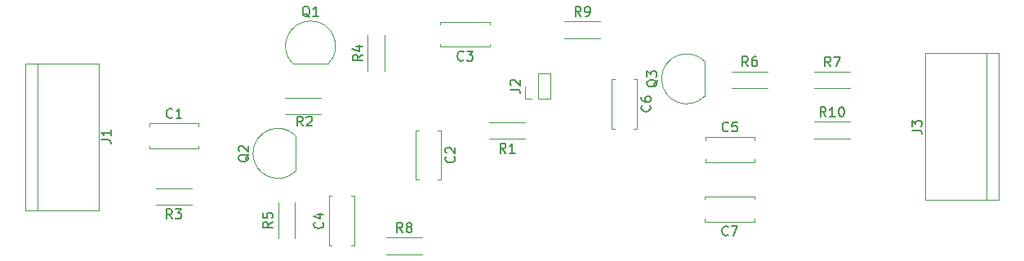
<source format=gbr>
G04 #@! TF.FileFunction,Legend,Top*
%FSLAX46Y46*%
G04 Gerber Fmt 4.6, Leading zero omitted, Abs format (unit mm)*
G04 Created by KiCad (PCBNEW 4.0.6) date 06/17/17 08:19:30*
%MOMM*%
%LPD*%
G01*
G04 APERTURE LIST*
%ADD10C,0.100000*%
%ADD11C,0.120000*%
%ADD12C,0.150000*%
G04 APERTURE END LIST*
D10*
D11*
X69256600Y-112837600D02*
X74376600Y-112837600D01*
X69256600Y-115457600D02*
X74376600Y-115457600D01*
X69256600Y-112837600D02*
X69256600Y-113151600D01*
X69256600Y-115143600D02*
X69256600Y-115457600D01*
X74376600Y-112837600D02*
X74376600Y-113151600D01*
X74376600Y-115143600D02*
X74376600Y-115457600D01*
X99506400Y-113554200D02*
X99506400Y-118674200D01*
X96886400Y-113554200D02*
X96886400Y-118674200D01*
X99506400Y-113554200D02*
X99192400Y-113554200D01*
X97200400Y-113554200D02*
X96886400Y-113554200D01*
X99506400Y-118674200D02*
X99192400Y-118674200D01*
X97200400Y-118674200D02*
X96886400Y-118674200D01*
X104555600Y-104891200D02*
X99435600Y-104891200D01*
X104555600Y-102271200D02*
X99435600Y-102271200D01*
X104555600Y-104891200D02*
X104555600Y-104577200D01*
X104555600Y-102585200D02*
X104555600Y-102271200D01*
X99435600Y-104891200D02*
X99435600Y-104577200D01*
X99435600Y-102585200D02*
X99435600Y-102271200D01*
X87869400Y-125506800D02*
X87869400Y-120386800D01*
X90489400Y-125506800D02*
X90489400Y-120386800D01*
X87869400Y-125506800D02*
X88183400Y-125506800D01*
X90175400Y-125506800D02*
X90489400Y-125506800D01*
X87869400Y-120386800D02*
X88183400Y-120386800D01*
X90175400Y-120386800D02*
X90489400Y-120386800D01*
X126889200Y-114234600D02*
X132009200Y-114234600D01*
X126889200Y-116854600D02*
X132009200Y-116854600D01*
X126889200Y-114234600D02*
X126889200Y-114548600D01*
X126889200Y-116540600D02*
X126889200Y-116854600D01*
X132009200Y-114234600D02*
X132009200Y-114548600D01*
X132009200Y-116540600D02*
X132009200Y-116854600D01*
X119801000Y-108245600D02*
X119801000Y-113365600D01*
X117181000Y-108245600D02*
X117181000Y-113365600D01*
X119801000Y-108245600D02*
X119487000Y-108245600D01*
X117495000Y-108245600D02*
X117181000Y-108245600D01*
X119801000Y-113365600D02*
X119487000Y-113365600D01*
X117495000Y-113365600D02*
X117181000Y-113365600D01*
X131987600Y-123026800D02*
X126867600Y-123026800D01*
X131987600Y-120406800D02*
X126867600Y-120406800D01*
X131987600Y-123026800D02*
X131987600Y-122712800D01*
X131987600Y-120720800D02*
X131987600Y-120406800D01*
X126867600Y-123026800D02*
X126867600Y-122712800D01*
X126867600Y-120720800D02*
X126867600Y-120406800D01*
X56362600Y-106603800D02*
X63982600Y-106603800D01*
X56362600Y-121843800D02*
X63982600Y-121843800D01*
X57632600Y-106603800D02*
X57632600Y-121843800D01*
X63982600Y-106603800D02*
X63982600Y-121843800D01*
X56362600Y-106603800D02*
X56362600Y-121843800D01*
X109550200Y-110296000D02*
X110880200Y-110296000D01*
X110880200Y-110296000D02*
X110880200Y-107636000D01*
X110880200Y-107636000D02*
X109550200Y-107636000D01*
X109550200Y-107636000D02*
X109550200Y-110296000D01*
X108915200Y-110296000D02*
X108220200Y-110296000D01*
X108220200Y-110296000D02*
X108220200Y-108966000D01*
X157353000Y-120802400D02*
X149733000Y-120802400D01*
X157353000Y-105562400D02*
X149733000Y-105562400D01*
X156083000Y-120802400D02*
X156083000Y-105562400D01*
X149733000Y-120802400D02*
X149733000Y-105562400D01*
X157353000Y-120802400D02*
X157353000Y-105562400D01*
X84179000Y-106650400D02*
X87779000Y-106650400D01*
X84140522Y-106638878D02*
G75*
G02X85979000Y-102200400I1838478J1838478D01*
G01*
X87817478Y-106638878D02*
G75*
G03X85979000Y-102200400I-1838478J1838478D01*
G01*
X84450800Y-117751000D02*
X84450800Y-114151000D01*
X84439278Y-117789478D02*
G75*
G02X80000800Y-115951000I-1838478J1838478D01*
G01*
X84439278Y-114112522D02*
G75*
G03X80000800Y-115951000I-1838478J-1838478D01*
G01*
X126818000Y-110004000D02*
X126818000Y-106404000D01*
X126806478Y-110042478D02*
G75*
G02X122368000Y-108204000I-1838478J1838478D01*
G01*
X126806478Y-106365522D02*
G75*
G03X122368000Y-108204000I-1838478J-1838478D01*
G01*
X108235200Y-114448800D02*
X104515200Y-114448800D01*
X108235200Y-112728800D02*
X104515200Y-112728800D01*
X87051600Y-111883400D02*
X83331600Y-111883400D01*
X87051600Y-110163400D02*
X83331600Y-110163400D01*
X73640400Y-121281400D02*
X69920400Y-121281400D01*
X73640400Y-119561400D02*
X69920400Y-119561400D01*
X91900800Y-107397000D02*
X91900800Y-103677000D01*
X93620800Y-107397000D02*
X93620800Y-103677000D01*
X82604400Y-124745200D02*
X82604400Y-121025200D01*
X84324400Y-124745200D02*
X84324400Y-121025200D01*
X129635800Y-107445600D02*
X133355800Y-107445600D01*
X129635800Y-109165600D02*
X133355800Y-109165600D01*
X138195600Y-107471000D02*
X141915600Y-107471000D01*
X138195600Y-109191000D02*
X141915600Y-109191000D01*
X93821800Y-124692200D02*
X97541800Y-124692200D01*
X93821800Y-126412200D02*
X97541800Y-126412200D01*
X112313000Y-102264000D02*
X116033000Y-102264000D01*
X112313000Y-103984000D02*
X116033000Y-103984000D01*
X138195600Y-112678000D02*
X141915600Y-112678000D01*
X138195600Y-114398000D02*
X141915600Y-114398000D01*
D12*
X71649934Y-112194743D02*
X71602315Y-112242362D01*
X71459458Y-112289981D01*
X71364220Y-112289981D01*
X71221362Y-112242362D01*
X71126124Y-112147124D01*
X71078505Y-112051886D01*
X71030886Y-111861410D01*
X71030886Y-111718552D01*
X71078505Y-111528076D01*
X71126124Y-111432838D01*
X71221362Y-111337600D01*
X71364220Y-111289981D01*
X71459458Y-111289981D01*
X71602315Y-111337600D01*
X71649934Y-111385219D01*
X72602315Y-112289981D02*
X72030886Y-112289981D01*
X72316600Y-112289981D02*
X72316600Y-111289981D01*
X72221362Y-111432838D01*
X72126124Y-111528076D01*
X72030886Y-111575695D01*
X100863543Y-116280866D02*
X100911162Y-116328485D01*
X100958781Y-116471342D01*
X100958781Y-116566580D01*
X100911162Y-116709438D01*
X100815924Y-116804676D01*
X100720686Y-116852295D01*
X100530210Y-116899914D01*
X100387352Y-116899914D01*
X100196876Y-116852295D01*
X100101638Y-116804676D01*
X100006400Y-116709438D01*
X99958781Y-116566580D01*
X99958781Y-116471342D01*
X100006400Y-116328485D01*
X100054019Y-116280866D01*
X100054019Y-115899914D02*
X100006400Y-115852295D01*
X99958781Y-115757057D01*
X99958781Y-115518961D01*
X100006400Y-115423723D01*
X100054019Y-115376104D01*
X100149257Y-115328485D01*
X100244495Y-115328485D01*
X100387352Y-115376104D01*
X100958781Y-115947533D01*
X100958781Y-115328485D01*
X101828934Y-106248343D02*
X101781315Y-106295962D01*
X101638458Y-106343581D01*
X101543220Y-106343581D01*
X101400362Y-106295962D01*
X101305124Y-106200724D01*
X101257505Y-106105486D01*
X101209886Y-105915010D01*
X101209886Y-105772152D01*
X101257505Y-105581676D01*
X101305124Y-105486438D01*
X101400362Y-105391200D01*
X101543220Y-105343581D01*
X101638458Y-105343581D01*
X101781315Y-105391200D01*
X101828934Y-105438819D01*
X102162267Y-105343581D02*
X102781315Y-105343581D01*
X102447981Y-105724533D01*
X102590839Y-105724533D01*
X102686077Y-105772152D01*
X102733696Y-105819771D01*
X102781315Y-105915010D01*
X102781315Y-106153105D01*
X102733696Y-106248343D01*
X102686077Y-106295962D01*
X102590839Y-106343581D01*
X102305124Y-106343581D01*
X102209886Y-106295962D01*
X102162267Y-106248343D01*
X87226543Y-123113466D02*
X87274162Y-123161085D01*
X87321781Y-123303942D01*
X87321781Y-123399180D01*
X87274162Y-123542038D01*
X87178924Y-123637276D01*
X87083686Y-123684895D01*
X86893210Y-123732514D01*
X86750352Y-123732514D01*
X86559876Y-123684895D01*
X86464638Y-123637276D01*
X86369400Y-123542038D01*
X86321781Y-123399180D01*
X86321781Y-123303942D01*
X86369400Y-123161085D01*
X86417019Y-123113466D01*
X86655114Y-122256323D02*
X87321781Y-122256323D01*
X86274162Y-122494419D02*
X86988448Y-122732514D01*
X86988448Y-122113466D01*
X129282534Y-113591743D02*
X129234915Y-113639362D01*
X129092058Y-113686981D01*
X128996820Y-113686981D01*
X128853962Y-113639362D01*
X128758724Y-113544124D01*
X128711105Y-113448886D01*
X128663486Y-113258410D01*
X128663486Y-113115552D01*
X128711105Y-112925076D01*
X128758724Y-112829838D01*
X128853962Y-112734600D01*
X128996820Y-112686981D01*
X129092058Y-112686981D01*
X129234915Y-112734600D01*
X129282534Y-112782219D01*
X130187296Y-112686981D02*
X129711105Y-112686981D01*
X129663486Y-113163171D01*
X129711105Y-113115552D01*
X129806343Y-113067933D01*
X130044439Y-113067933D01*
X130139677Y-113115552D01*
X130187296Y-113163171D01*
X130234915Y-113258410D01*
X130234915Y-113496505D01*
X130187296Y-113591743D01*
X130139677Y-113639362D01*
X130044439Y-113686981D01*
X129806343Y-113686981D01*
X129711105Y-113639362D01*
X129663486Y-113591743D01*
X121158143Y-110972266D02*
X121205762Y-111019885D01*
X121253381Y-111162742D01*
X121253381Y-111257980D01*
X121205762Y-111400838D01*
X121110524Y-111496076D01*
X121015286Y-111543695D01*
X120824810Y-111591314D01*
X120681952Y-111591314D01*
X120491476Y-111543695D01*
X120396238Y-111496076D01*
X120301000Y-111400838D01*
X120253381Y-111257980D01*
X120253381Y-111162742D01*
X120301000Y-111019885D01*
X120348619Y-110972266D01*
X120253381Y-110115123D02*
X120253381Y-110305600D01*
X120301000Y-110400838D01*
X120348619Y-110448457D01*
X120491476Y-110543695D01*
X120681952Y-110591314D01*
X121062905Y-110591314D01*
X121158143Y-110543695D01*
X121205762Y-110496076D01*
X121253381Y-110400838D01*
X121253381Y-110210361D01*
X121205762Y-110115123D01*
X121158143Y-110067504D01*
X121062905Y-110019885D01*
X120824810Y-110019885D01*
X120729571Y-110067504D01*
X120681952Y-110115123D01*
X120634333Y-110210361D01*
X120634333Y-110400838D01*
X120681952Y-110496076D01*
X120729571Y-110543695D01*
X120824810Y-110591314D01*
X129260934Y-124383943D02*
X129213315Y-124431562D01*
X129070458Y-124479181D01*
X128975220Y-124479181D01*
X128832362Y-124431562D01*
X128737124Y-124336324D01*
X128689505Y-124241086D01*
X128641886Y-124050610D01*
X128641886Y-123907752D01*
X128689505Y-123717276D01*
X128737124Y-123622038D01*
X128832362Y-123526800D01*
X128975220Y-123479181D01*
X129070458Y-123479181D01*
X129213315Y-123526800D01*
X129260934Y-123574419D01*
X129594267Y-123479181D02*
X130260934Y-123479181D01*
X129832362Y-124479181D01*
X64274981Y-114527133D02*
X64989267Y-114527133D01*
X65132124Y-114574753D01*
X65227362Y-114669991D01*
X65274981Y-114812848D01*
X65274981Y-114908086D01*
X65274981Y-113527133D02*
X65274981Y-114098562D01*
X65274981Y-113812848D02*
X64274981Y-113812848D01*
X64417838Y-113908086D01*
X64513076Y-114003324D01*
X64560695Y-114098562D01*
X106672581Y-109299333D02*
X107386867Y-109299333D01*
X107529724Y-109346953D01*
X107624962Y-109442191D01*
X107672581Y-109585048D01*
X107672581Y-109680286D01*
X106767819Y-108870762D02*
X106720200Y-108823143D01*
X106672581Y-108727905D01*
X106672581Y-108489809D01*
X106720200Y-108394571D01*
X106767819Y-108346952D01*
X106863057Y-108299333D01*
X106958295Y-108299333D01*
X107101152Y-108346952D01*
X107672581Y-108918381D01*
X107672581Y-108299333D01*
X148345381Y-113545733D02*
X149059667Y-113545733D01*
X149202524Y-113593353D01*
X149297762Y-113688591D01*
X149345381Y-113831448D01*
X149345381Y-113926686D01*
X148345381Y-113164781D02*
X148345381Y-112545733D01*
X148726333Y-112879067D01*
X148726333Y-112736209D01*
X148773952Y-112640971D01*
X148821571Y-112593352D01*
X148916810Y-112545733D01*
X149154905Y-112545733D01*
X149250143Y-112593352D01*
X149297762Y-112640971D01*
X149345381Y-112736209D01*
X149345381Y-113021924D01*
X149297762Y-113117162D01*
X149250143Y-113164781D01*
X85883762Y-101788019D02*
X85788524Y-101740400D01*
X85693286Y-101645162D01*
X85550429Y-101502305D01*
X85455190Y-101454686D01*
X85359952Y-101454686D01*
X85407571Y-101692781D02*
X85312333Y-101645162D01*
X85217095Y-101549924D01*
X85169476Y-101359448D01*
X85169476Y-101026114D01*
X85217095Y-100835638D01*
X85312333Y-100740400D01*
X85407571Y-100692781D01*
X85598048Y-100692781D01*
X85693286Y-100740400D01*
X85788524Y-100835638D01*
X85836143Y-101026114D01*
X85836143Y-101359448D01*
X85788524Y-101549924D01*
X85693286Y-101645162D01*
X85598048Y-101692781D01*
X85407571Y-101692781D01*
X86788524Y-101692781D02*
X86217095Y-101692781D01*
X86502809Y-101692781D02*
X86502809Y-100692781D01*
X86407571Y-100835638D01*
X86312333Y-100930876D01*
X86217095Y-100978495D01*
X79588419Y-116046238D02*
X79540800Y-116141476D01*
X79445562Y-116236714D01*
X79302705Y-116379571D01*
X79255086Y-116474810D01*
X79255086Y-116570048D01*
X79493181Y-116522429D02*
X79445562Y-116617667D01*
X79350324Y-116712905D01*
X79159848Y-116760524D01*
X78826514Y-116760524D01*
X78636038Y-116712905D01*
X78540800Y-116617667D01*
X78493181Y-116522429D01*
X78493181Y-116331952D01*
X78540800Y-116236714D01*
X78636038Y-116141476D01*
X78826514Y-116093857D01*
X79159848Y-116093857D01*
X79350324Y-116141476D01*
X79445562Y-116236714D01*
X79493181Y-116331952D01*
X79493181Y-116522429D01*
X78588419Y-115712905D02*
X78540800Y-115665286D01*
X78493181Y-115570048D01*
X78493181Y-115331952D01*
X78540800Y-115236714D01*
X78588419Y-115189095D01*
X78683657Y-115141476D01*
X78778895Y-115141476D01*
X78921752Y-115189095D01*
X79493181Y-115760524D01*
X79493181Y-115141476D01*
X121955619Y-108299238D02*
X121908000Y-108394476D01*
X121812762Y-108489714D01*
X121669905Y-108632571D01*
X121622286Y-108727810D01*
X121622286Y-108823048D01*
X121860381Y-108775429D02*
X121812762Y-108870667D01*
X121717524Y-108965905D01*
X121527048Y-109013524D01*
X121193714Y-109013524D01*
X121003238Y-108965905D01*
X120908000Y-108870667D01*
X120860381Y-108775429D01*
X120860381Y-108584952D01*
X120908000Y-108489714D01*
X121003238Y-108394476D01*
X121193714Y-108346857D01*
X121527048Y-108346857D01*
X121717524Y-108394476D01*
X121812762Y-108489714D01*
X121860381Y-108584952D01*
X121860381Y-108775429D01*
X120860381Y-108013524D02*
X120860381Y-107394476D01*
X121241333Y-107727810D01*
X121241333Y-107584952D01*
X121288952Y-107489714D01*
X121336571Y-107442095D01*
X121431810Y-107394476D01*
X121669905Y-107394476D01*
X121765143Y-107442095D01*
X121812762Y-107489714D01*
X121860381Y-107584952D01*
X121860381Y-107870667D01*
X121812762Y-107965905D01*
X121765143Y-108013524D01*
X106208534Y-115901181D02*
X105875200Y-115424990D01*
X105637105Y-115901181D02*
X105637105Y-114901181D01*
X106018058Y-114901181D01*
X106113296Y-114948800D01*
X106160915Y-114996419D01*
X106208534Y-115091657D01*
X106208534Y-115234514D01*
X106160915Y-115329752D01*
X106113296Y-115377371D01*
X106018058Y-115424990D01*
X105637105Y-115424990D01*
X107160915Y-115901181D02*
X106589486Y-115901181D01*
X106875200Y-115901181D02*
X106875200Y-114901181D01*
X106779962Y-115044038D01*
X106684724Y-115139276D01*
X106589486Y-115186895D01*
X85181335Y-113099381D02*
X84848001Y-112623190D01*
X84609906Y-113099381D02*
X84609906Y-112099381D01*
X84990859Y-112099381D01*
X85086097Y-112147000D01*
X85133716Y-112194619D01*
X85181335Y-112289857D01*
X85181335Y-112432714D01*
X85133716Y-112527952D01*
X85086097Y-112575571D01*
X84990859Y-112623190D01*
X84609906Y-112623190D01*
X85562287Y-112194619D02*
X85609906Y-112147000D01*
X85705144Y-112099381D01*
X85943240Y-112099381D01*
X86038478Y-112147000D01*
X86086097Y-112194619D01*
X86133716Y-112289857D01*
X86133716Y-112385095D01*
X86086097Y-112527952D01*
X85514668Y-113099381D01*
X86133716Y-113099381D01*
X71613734Y-122733781D02*
X71280400Y-122257590D01*
X71042305Y-122733781D02*
X71042305Y-121733781D01*
X71423258Y-121733781D01*
X71518496Y-121781400D01*
X71566115Y-121829019D01*
X71613734Y-121924257D01*
X71613734Y-122067114D01*
X71566115Y-122162352D01*
X71518496Y-122209971D01*
X71423258Y-122257590D01*
X71042305Y-122257590D01*
X71947067Y-121733781D02*
X72566115Y-121733781D01*
X72232781Y-122114733D01*
X72375639Y-122114733D01*
X72470877Y-122162352D01*
X72518496Y-122209971D01*
X72566115Y-122305210D01*
X72566115Y-122543305D01*
X72518496Y-122638543D01*
X72470877Y-122686162D01*
X72375639Y-122733781D01*
X72089924Y-122733781D01*
X71994686Y-122686162D01*
X71947067Y-122638543D01*
X91353181Y-105703666D02*
X90876990Y-106037000D01*
X91353181Y-106275095D02*
X90353181Y-106275095D01*
X90353181Y-105894142D01*
X90400800Y-105798904D01*
X90448419Y-105751285D01*
X90543657Y-105703666D01*
X90686514Y-105703666D01*
X90781752Y-105751285D01*
X90829371Y-105798904D01*
X90876990Y-105894142D01*
X90876990Y-106275095D01*
X90686514Y-104846523D02*
X91353181Y-104846523D01*
X90305562Y-105084619D02*
X91019848Y-105322714D01*
X91019848Y-104703666D01*
X82056781Y-123051866D02*
X81580590Y-123385200D01*
X82056781Y-123623295D02*
X81056781Y-123623295D01*
X81056781Y-123242342D01*
X81104400Y-123147104D01*
X81152019Y-123099485D01*
X81247257Y-123051866D01*
X81390114Y-123051866D01*
X81485352Y-123099485D01*
X81532971Y-123147104D01*
X81580590Y-123242342D01*
X81580590Y-123623295D01*
X81056781Y-122147104D02*
X81056781Y-122623295D01*
X81532971Y-122670914D01*
X81485352Y-122623295D01*
X81437733Y-122528057D01*
X81437733Y-122289961D01*
X81485352Y-122194723D01*
X81532971Y-122147104D01*
X81628210Y-122099485D01*
X81866305Y-122099485D01*
X81961543Y-122147104D01*
X82009162Y-122194723D01*
X82056781Y-122289961D01*
X82056781Y-122528057D01*
X82009162Y-122623295D01*
X81961543Y-122670914D01*
X131329134Y-106897981D02*
X130995800Y-106421790D01*
X130757705Y-106897981D02*
X130757705Y-105897981D01*
X131138658Y-105897981D01*
X131233896Y-105945600D01*
X131281515Y-105993219D01*
X131329134Y-106088457D01*
X131329134Y-106231314D01*
X131281515Y-106326552D01*
X131233896Y-106374171D01*
X131138658Y-106421790D01*
X130757705Y-106421790D01*
X132186277Y-105897981D02*
X131995800Y-105897981D01*
X131900562Y-105945600D01*
X131852943Y-105993219D01*
X131757705Y-106136076D01*
X131710086Y-106326552D01*
X131710086Y-106707505D01*
X131757705Y-106802743D01*
X131805324Y-106850362D01*
X131900562Y-106897981D01*
X132091039Y-106897981D01*
X132186277Y-106850362D01*
X132233896Y-106802743D01*
X132281515Y-106707505D01*
X132281515Y-106469410D01*
X132233896Y-106374171D01*
X132186277Y-106326552D01*
X132091039Y-106278933D01*
X131900562Y-106278933D01*
X131805324Y-106326552D01*
X131757705Y-106374171D01*
X131710086Y-106469410D01*
X139888934Y-106923381D02*
X139555600Y-106447190D01*
X139317505Y-106923381D02*
X139317505Y-105923381D01*
X139698458Y-105923381D01*
X139793696Y-105971000D01*
X139841315Y-106018619D01*
X139888934Y-106113857D01*
X139888934Y-106256714D01*
X139841315Y-106351952D01*
X139793696Y-106399571D01*
X139698458Y-106447190D01*
X139317505Y-106447190D01*
X140222267Y-105923381D02*
X140888934Y-105923381D01*
X140460362Y-106923381D01*
X95515134Y-124144581D02*
X95181800Y-123668390D01*
X94943705Y-124144581D02*
X94943705Y-123144581D01*
X95324658Y-123144581D01*
X95419896Y-123192200D01*
X95467515Y-123239819D01*
X95515134Y-123335057D01*
X95515134Y-123477914D01*
X95467515Y-123573152D01*
X95419896Y-123620771D01*
X95324658Y-123668390D01*
X94943705Y-123668390D01*
X96086562Y-123573152D02*
X95991324Y-123525533D01*
X95943705Y-123477914D01*
X95896086Y-123382676D01*
X95896086Y-123335057D01*
X95943705Y-123239819D01*
X95991324Y-123192200D01*
X96086562Y-123144581D01*
X96277039Y-123144581D01*
X96372277Y-123192200D01*
X96419896Y-123239819D01*
X96467515Y-123335057D01*
X96467515Y-123382676D01*
X96419896Y-123477914D01*
X96372277Y-123525533D01*
X96277039Y-123573152D01*
X96086562Y-123573152D01*
X95991324Y-123620771D01*
X95943705Y-123668390D01*
X95896086Y-123763629D01*
X95896086Y-123954105D01*
X95943705Y-124049343D01*
X95991324Y-124096962D01*
X96086562Y-124144581D01*
X96277039Y-124144581D01*
X96372277Y-124096962D01*
X96419896Y-124049343D01*
X96467515Y-123954105D01*
X96467515Y-123763629D01*
X96419896Y-123668390D01*
X96372277Y-123620771D01*
X96277039Y-123573152D01*
X114006334Y-101716381D02*
X113673000Y-101240190D01*
X113434905Y-101716381D02*
X113434905Y-100716381D01*
X113815858Y-100716381D01*
X113911096Y-100764000D01*
X113958715Y-100811619D01*
X114006334Y-100906857D01*
X114006334Y-101049714D01*
X113958715Y-101144952D01*
X113911096Y-101192571D01*
X113815858Y-101240190D01*
X113434905Y-101240190D01*
X114482524Y-101716381D02*
X114673000Y-101716381D01*
X114768239Y-101668762D01*
X114815858Y-101621143D01*
X114911096Y-101478286D01*
X114958715Y-101287810D01*
X114958715Y-100906857D01*
X114911096Y-100811619D01*
X114863477Y-100764000D01*
X114768239Y-100716381D01*
X114577762Y-100716381D01*
X114482524Y-100764000D01*
X114434905Y-100811619D01*
X114387286Y-100906857D01*
X114387286Y-101144952D01*
X114434905Y-101240190D01*
X114482524Y-101287810D01*
X114577762Y-101335429D01*
X114768239Y-101335429D01*
X114863477Y-101287810D01*
X114911096Y-101240190D01*
X114958715Y-101144952D01*
X139412743Y-112130381D02*
X139079409Y-111654190D01*
X138841314Y-112130381D02*
X138841314Y-111130381D01*
X139222267Y-111130381D01*
X139317505Y-111178000D01*
X139365124Y-111225619D01*
X139412743Y-111320857D01*
X139412743Y-111463714D01*
X139365124Y-111558952D01*
X139317505Y-111606571D01*
X139222267Y-111654190D01*
X138841314Y-111654190D01*
X140365124Y-112130381D02*
X139793695Y-112130381D01*
X140079409Y-112130381D02*
X140079409Y-111130381D01*
X139984171Y-111273238D01*
X139888933Y-111368476D01*
X139793695Y-111416095D01*
X140984171Y-111130381D02*
X141079410Y-111130381D01*
X141174648Y-111178000D01*
X141222267Y-111225619D01*
X141269886Y-111320857D01*
X141317505Y-111511333D01*
X141317505Y-111749429D01*
X141269886Y-111939905D01*
X141222267Y-112035143D01*
X141174648Y-112082762D01*
X141079410Y-112130381D01*
X140984171Y-112130381D01*
X140888933Y-112082762D01*
X140841314Y-112035143D01*
X140793695Y-111939905D01*
X140746076Y-111749429D01*
X140746076Y-111511333D01*
X140793695Y-111320857D01*
X140841314Y-111225619D01*
X140888933Y-111178000D01*
X140984171Y-111130381D01*
M02*

</source>
